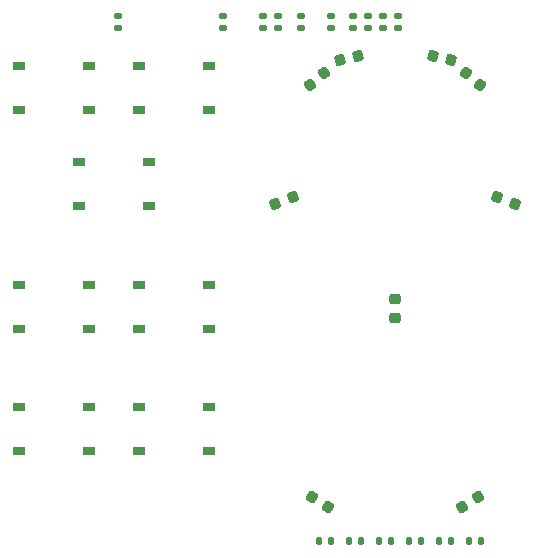
<source format=gbr>
%TF.GenerationSoftware,KiCad,Pcbnew,(6.0.9)*%
%TF.CreationDate,2022-11-30T17:50:51+01:00*%
%TF.ProjectId,car-shield,6361722d-7368-4696-956c-642e6b696361,rev0*%
%TF.SameCoordinates,Original*%
%TF.FileFunction,Paste,Top*%
%TF.FilePolarity,Positive*%
%FSLAX46Y46*%
G04 Gerber Fmt 4.6, Leading zero omitted, Abs format (unit mm)*
G04 Created by KiCad (PCBNEW (6.0.9)) date 2022-11-30 17:50:51*
%MOMM*%
%LPD*%
G01*
G04 APERTURE LIST*
G04 Aperture macros list*
%AMRoundRect*
0 Rectangle with rounded corners*
0 $1 Rounding radius*
0 $2 $3 $4 $5 $6 $7 $8 $9 X,Y pos of 4 corners*
0 Add a 4 corners polygon primitive as box body*
4,1,4,$2,$3,$4,$5,$6,$7,$8,$9,$2,$3,0*
0 Add four circle primitives for the rounded corners*
1,1,$1+$1,$2,$3*
1,1,$1+$1,$4,$5*
1,1,$1+$1,$6,$7*
1,1,$1+$1,$8,$9*
0 Add four rect primitives between the rounded corners*
20,1,$1+$1,$2,$3,$4,$5,0*
20,1,$1+$1,$4,$5,$6,$7,0*
20,1,$1+$1,$6,$7,$8,$9,0*
20,1,$1+$1,$8,$9,$2,$3,0*%
G04 Aperture macros list end*
%ADD10R,1.000000X0.750000*%
%ADD11RoundRect,0.218750X0.117915X0.315613X-0.293200X0.165979X-0.117915X-0.315613X0.293200X-0.165979X0*%
%ADD12RoundRect,0.135000X-0.135000X-0.185000X0.135000X-0.185000X0.135000X0.185000X-0.135000X0.185000X0*%
%ADD13RoundRect,0.135000X-0.185000X0.135000X-0.185000X-0.135000X0.185000X-0.135000X0.185000X0.135000X0*%
%ADD14RoundRect,0.218750X-0.277619X-0.190902X0.144974X-0.304135X0.277619X0.190902X-0.144974X0.304135X0*%
%ADD15RoundRect,0.218750X0.317568X0.112544X-0.061318X0.331294X-0.317568X-0.112544X0.061318X-0.331294X0*%
%ADD16RoundRect,0.218750X-0.332287X-0.055689X0.002858X-0.336909X0.332287X0.055689X-0.002858X0.336909X0*%
%ADD17RoundRect,0.218750X0.002858X0.336909X-0.332287X0.055689X-0.002858X-0.336909X0.332287X-0.055689X0*%
%ADD18RoundRect,0.218750X-0.256250X0.218750X-0.256250X-0.218750X0.256250X-0.218750X0.256250X0.218750X0*%
%ADD19RoundRect,0.218750X-0.061318X-0.331294X0.317568X-0.112544X0.061318X0.331294X-0.317568X0.112544X0*%
%ADD20RoundRect,0.218750X0.144974X0.304135X-0.277619X0.190902X-0.144974X-0.304135X0.277619X-0.190902X0*%
%ADD21RoundRect,0.135000X0.185000X-0.135000X0.185000X0.135000X-0.185000X0.135000X-0.185000X-0.135000X0*%
%ADD22RoundRect,0.218750X-0.293200X-0.165979X0.117915X-0.315613X0.293200X0.165979X-0.117915X0.315613X0*%
G04 APERTURE END LIST*
D10*
%TO.C,SW_high_b1*%
X139600000Y-102061000D03*
X133600000Y-102061000D03*
X139600000Y-98311000D03*
X133600000Y-98311000D03*
%TD*%
%TO.C,SW_dipped_b1*%
X139600000Y-112420000D03*
X133600000Y-112420000D03*
X139600000Y-108670000D03*
X133600000Y-108670000D03*
%TD*%
%TO.C,SW_decel1*%
X129440000Y-112420000D03*
X123440000Y-112420000D03*
X129440000Y-108670000D03*
X123440000Y-108670000D03*
%TD*%
%TO.C,SW_accel1*%
X129440000Y-102061000D03*
X123440000Y-102061000D03*
X129440000Y-98311000D03*
X123440000Y-98311000D03*
%TD*%
%TO.C,SW_stop1*%
X134520000Y-91647000D03*
X128520000Y-91647000D03*
X134520000Y-87897000D03*
X128520000Y-87897000D03*
%TD*%
%TO.C,SW_left1*%
X123440000Y-79769000D03*
X129440000Y-79769000D03*
X123440000Y-83519000D03*
X129440000Y-83519000D03*
%TD*%
%TO.C,SW_right1*%
X133600000Y-79769000D03*
X139600000Y-79769000D03*
X133600000Y-83519000D03*
X139600000Y-83519000D03*
%TD*%
D11*
%TO.C,D5*%
X146663008Y-90916659D03*
X145182992Y-91455341D03*
%TD*%
D12*
%TO.C,R11*%
X156460000Y-120015000D03*
X157480000Y-120015000D03*
%TD*%
D13*
%TO.C,R4*%
X153035000Y-75565000D03*
X153035000Y-76585000D03*
%TD*%
D14*
%TO.C,D2*%
X158497333Y-78917180D03*
X160018667Y-79324820D03*
%TD*%
D12*
%TO.C,R13*%
X161540000Y-120015000D03*
X162560000Y-120015000D03*
%TD*%
D15*
%TO.C,D9*%
X149652995Y-117106750D03*
X148289005Y-116319250D03*
%TD*%
D13*
%TO.C,R6*%
X149860000Y-75565000D03*
X149860000Y-76585000D03*
%TD*%
%TO.C,R2*%
X155575000Y-75565000D03*
X155575000Y-76585000D03*
%TD*%
D16*
%TO.C,D4*%
X161321740Y-80392805D03*
X162528260Y-81405195D03*
%TD*%
D13*
%TO.C,R7*%
X131826000Y-75563000D03*
X131826000Y-76583000D03*
%TD*%
%TO.C,R3*%
X151765000Y-75565000D03*
X151765000Y-76585000D03*
%TD*%
%TO.C,R5*%
X147320000Y-75565000D03*
X147320000Y-76585000D03*
%TD*%
%TO.C,R8*%
X145415000Y-75565000D03*
X145415000Y-76585000D03*
%TD*%
D12*
%TO.C,R16*%
X159000000Y-120015000D03*
X160020000Y-120015000D03*
%TD*%
D17*
%TO.C,D3*%
X149320260Y-80392805D03*
X148113740Y-81405195D03*
%TD*%
D12*
%TO.C,R12*%
X148840000Y-120015000D03*
X149860000Y-120015000D03*
%TD*%
D18*
%TO.C,D7*%
X155321000Y-99542500D03*
X155321000Y-101117500D03*
%TD*%
D12*
%TO.C,R15*%
X153920000Y-120015000D03*
X154940000Y-120015000D03*
%TD*%
D19*
%TO.C,D8*%
X160989005Y-117106750D03*
X162352995Y-116319250D03*
%TD*%
D20*
%TO.C,D1*%
X152144667Y-78917180D03*
X150623333Y-79324820D03*
%TD*%
D13*
%TO.C,R1*%
X154305000Y-75565000D03*
X154305000Y-76585000D03*
%TD*%
D21*
%TO.C,R10*%
X140716000Y-76583000D03*
X140716000Y-75563000D03*
%TD*%
D12*
%TO.C,R14*%
X151380000Y-120015000D03*
X152400000Y-120015000D03*
%TD*%
D13*
%TO.C,R9*%
X144145000Y-75565000D03*
X144145000Y-76585000D03*
%TD*%
D22*
%TO.C,D6*%
X163978992Y-90916659D03*
X165459008Y-91455341D03*
%TD*%
M02*

</source>
